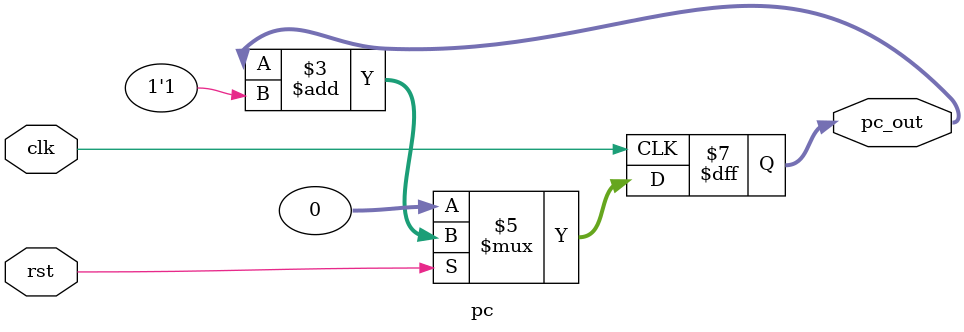
<source format=v>
module pc(
	input rst,
	input clk, 
	output reg [31:0] pc_out
);

	always @(posedge clk)
	begin
		if(rst==0)
			pc_out = 0;
		else
			pc_out = pc_out + 1'b1;
	end
endmodule

</source>
